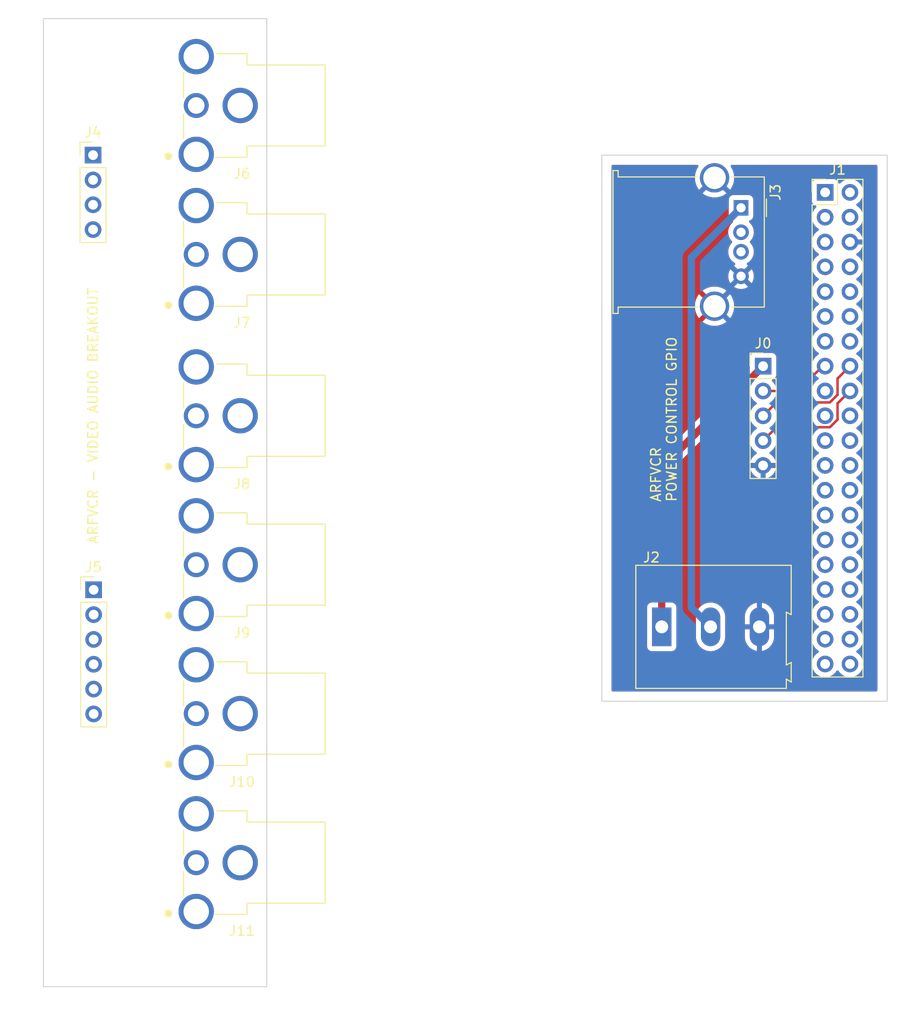
<source format=kicad_pcb>
(kicad_pcb (version 20211014) (generator pcbnew)
  (layers (0 "F.Cu" signal) (31 "B.Cu" signal) (34 "B.Paste" user) (35 "F.Paste" user) (36 "B.SilkS" user "B.Silkscreen") (37 "F.SilkS" user "F.Silkscreen") (38 "B.Mask" user) (39 "F.Mask" user) (44 "Edge.Cuts" user))
  (net 0 "")
  (net 1 "/Power Control GPIO/12V_RAIL")
  (net 2 "Net-(J0-Pad2)")
  (net 3 "Net-(J0-Pad3)")
  (net 4 "Net-(J0-Pad4)")
  (net 5 "GND")
  (net 42 "Net-(J4-Pad1)")
  (net 43 "Net-(J4-Pad2)")
  (net 44 "Net-(J4-Pad3)")
  (net 45 "Net-(J4-Pad4)")
  (net 46 "Net-(J5-Pad1)")
  (net 47 "Net-(J5-Pad2)")
  (net 48 "Net-(J5-Pad3)")
  (net 49 "/Power Control GPIO/5V_RAIL")
  (net 52 "Net-(J10-Pad2)")
  (net 53 "Net-(J11-Pad2)")
  (net 54 "Net-(J10-Pad1A)")
  (footprint "Connector_USB:USB_A_Molex_67643_Horizontal" (layer "F.Cu") (at 162.84 61.27 -90)
    (fp_text reference "J3" (at -1.58 -3.53 90) (layer "F.SilkS"))
    (fp_text value "RPI_POWER_USB")
    (fp_line (start -3.81 13.1) (end 10.81 13.1) (layer "F.SilkS") (width 0.12))
    (fp_line (start -3.16 12.58) (end -3.16 4.47) (layer "F.SilkS") (width 0.12))
    (fp_line (start 10.16 -2.38) (end 10.16 0.95) (layer "F.SilkS") (width 0.12))
    (fp_line (start 10.16 4.47) (end 10.16 12.58) (layer "F.SilkS") (width 0.12))
    (fp_line (start -3.16 12.58) (end -3.81 12.58) (layer "F.SilkS") (width 0.12))
    (fp_line (start 10.81 12.58) (end 10.16 12.58) (layer "F.SilkS") (width 0.12))
    (fp_line (start -0.9 -2.6) (end 0.9 -2.6) (layer "F.SilkS") (width 0.12))
    (fp_line (start 10.81 13.1) (end 10.81 12.58) (layer "F.SilkS") (width 0.12))
    (fp_line (start -3.16 -2.38) (end -3.16 0.95) (layer "F.SilkS") (width 0.12))
    (fp_line (start -3.81 12.58) (end -3.81 13.1) (layer "F.SilkS") (width 0.12))
    (fp_line (start -3.16 -2.38) (end 10.16 -2.38) (layer "F.SilkS") (width 0.12))
    (pad "1" thru_hole rect (at 0 0 270) (size 1.6 1.5) (drill 0.95) (layers *.Cu *.Mask) (net 49 "/Power Control GPIO/5V_RAIL"))
    (pad "2" thru_hole circle (at 2.5 0 270) (size 1.6 1.6) (drill 0.95) (layers *.Cu *.Mask))
    (pad "3" thru_hole circle (at 4.5 0 270) (size 1.6 1.6) (drill 0.95) (layers *.Cu *.Mask))
    (pad "4" thru_hole circle (at 7 0 270) (size 1.6 1.6) (drill 0.95) (layers *.Cu *.Mask) (net 5 "GND"))
    (pad "5" thru_hole circle (at -3.07 2.71 270) (size 3 3) (drill 2.3) (layers *.Cu *.Mask) (net 5 "GND"))
    (pad "5" thru_hole circle (at 10.07 2.71 270) (size 3 3) (drill 2.3) (layers *.Cu *.Mask) (net 5 "GND"))
  )
  (footprint "arfvcr:CUI_RCJ-014" (layer "F.Cu") (at 113.03 82.55 180)
    (fp_text reference "J8" (at 1.27 -6.985) (layer "F.SilkS") (effects (font (size 1.001906 1.001906))))
    (fp_text value "AUDIO_OUT_L")
    (fp_line (start -7.25 -4.15) (end -7.25 4.15) (layer "F.SilkS") (width 0.127))
    (fp_line (start 0.75 -5.3) (end 0.75 -4.15) (layer "F.SilkS") (width 0.127))
    (fp_line (start 3.95 -5.3) (end 0.75 -5.3) (layer "F.SilkS") (width 0.127))
    (fp_line (start 0.75 5.3) (end 3.85 5.3) (layer "F.SilkS") (width 0.127))
    (fp_line (start 0.75 -4.15) (end -7.25 -4.15) (layer "F.SilkS") (width 0.127))
    (fp_line (start -7.25 4.15) (end 0.75 4.15) (layer "F.SilkS") (width 0.127))
    (fp_line (start 0.75 4.15) (end 0.75 5.3) (layer "F.SilkS") (width 0.127))
    (fp_line (start 7.25 -0.9) (end 7.25 -3.4) (layer "F.SilkS") (width 0.127))
    (fp_line (start 7.25 3.35) (end 7.25 0.8) (layer "F.SilkS") (width 0.127))
    (fp_circle (center 8.8 -5.2) (end 9 -5.2) (layer "F.SilkS") (width 0.4) (fill none))
    (pad "1A" thru_hole circle locked (at 5.95 -5 180) (size 3.616 3.616) (drill 2.6) (layers *.Cu *.Mask) (net 48 "Net-(J5-Pad3)"))
    (pad "1B" thru_hole circle locked (at 5.95 5 180) (size 3.616 3.616) (drill 2.6) (layers *.Cu *.Mask) (net 48 "Net-(J5-Pad3)"))
    (pad "1C" thru_hole circle locked (at 1.45 0 180) (size 3.616 3.616) (drill 2.6) (layers *.Cu *.Mask) (net 48 "Net-(J5-Pad3)"))
    (pad "2" thru_hole circle locked (at 5.95 0 180) (size 2.55 2.55) (drill 1.7) (layers *.Cu *.Mask) (net 46 "Net-(J5-Pad1)"))
  )
  (footprint "MountingHole:MountingHole_3.2mm_M3" (layer "F.Cu") (at 96.52 135.89)
    (fp_text reference "REF**" hide)
    (fp_text value "MountingHole_3.2mm_M3" hide)
    (pad "" np_thru_hole circle (at 0 0) (size 3.2 3.2) (drill 3.2) (layers *.Cu *.Mask))
  )
  (footprint "arfvcr:CUI_RCJ-014" (layer "F.Cu") (at 113.03 50.8 180)
    (fp_text reference "J6" (at 1.27 -6.985) (layer "F.SilkS") (effects (font (size 1.001906 1.001906))))
    (fp_text value "VIDEO_OUT")
    (fp_line (start 3.95 -5.3) (end 0.75 -5.3) (layer "F.SilkS") (width 0.127))
    (fp_line (start 7.25 3.35) (end 7.25 0.8) (layer "F.SilkS") (width 0.127))
    (fp_line (start 0.75 5.3) (end 3.85 5.3) (layer "F.SilkS") (width 0.127))
    (fp_line (start 0.75 4.15) (end 0.75 5.3) (layer "F.SilkS") (width 0.127))
    (fp_line (start -7.25 -4.15) (end -7.25 4.15) (layer "F.SilkS") (width 0.127))
    (fp_line (start 0.75 -5.3) (end 0.75 -4.15) (layer "F.SilkS") (width 0.127))
    (fp_line (start 7.25 -0.9) (end 7.25 -3.4) (layer "F.SilkS") (width 0.127))
    (fp_line (start 0.75 -4.15) (end -7.25 -4.15) (layer "F.SilkS") (width 0.127))
    (fp_line (start -7.25 4.15) (end 0.75 4.15) (layer "F.SilkS") (width 0.127))
    (fp_circle (center 8.8 -5.2) (end 9 -5.2) (layer "F.SilkS") (width 0.4) (fill none))
    (pad "1A" thru_hole circle locked (at 5.95 -5 180) (size 3.616 3.616) (drill 2.6) (layers *.Cu *.Mask) (net 43 "Net-(J4-Pad2)"))
    (pad "1B" thru_hole circle locked (at 5.95 5 180) (size 3.616 3.616) (drill 2.6) (layers *.Cu *.Mask) (net 43 "Net-(J4-Pad2)"))
    (pad "1C" thru_hole circle locked (at 1.45 0 180) (size 3.616 3.616) (drill 2.6) (layers *.Cu *.Mask) (net 43 "Net-(J4-Pad2)"))
    (pad "2" thru_hole circle locked (at 5.95 0 180) (size 2.55 2.55) (drill 1.7) (layers *.Cu *.Mask) (net 42 "Net-(J4-Pad1)"))
  )
  (footprint "Connector_PinHeader_2.54mm:PinHeader_1x05_P2.54mm_Vertical" (layer "F.Cu") (at 165.1 77.475)
    (fp_text reference "J0" (at 0 -2.33) (layer "F.SilkS"))
    (fp_text value "POWER_CONTROL_HEADER")
    (fp_line (start -1.33 11.49) (end 1.33 11.49) (layer "F.SilkS") (width 0.12))
    (fp_line (start 1.33 1.27) (end 1.33 11.49) (layer "F.SilkS") (width 0.12))
    (fp_line (start -1.33 1.27) (end -1.33 11.49) (layer "F.SilkS") (width 0.12))
    (fp_line (start -1.33 1.27) (end 1.33 1.27) (layer "F.SilkS") (width 0.12))
    (fp_line (start -1.33 0) (end -1.33 -1.33) (layer "F.SilkS") (width 0.12))
    (fp_line (start -1.33 -1.33) (end 0 -1.33) (layer "F.SilkS") (width 0.12))
    (pad "1" thru_hole rect (at 0 0) (size 1.7 1.7) (drill 1) (layers *.Cu *.Mask) (net 1 "/Power Control GPIO/12V_RAIL"))
    (pad "2" thru_hole oval (at 0 2.54) (size 1.7 1.7) (drill 1) (layers *.Cu *.Mask) (net 2 "Net-(J0-Pad2)"))
    (pad "3" thru_hole oval (at 0 5.08) (size 1.7 1.7) (drill 1) (layers *.Cu *.Mask) (net 3 "Net-(J0-Pad3)"))
    (pad "4" thru_hole oval (at 0 7.62) (size 1.7 1.7) (drill 1) (layers *.Cu *.Mask) (net 4 "Net-(J0-Pad4)"))
    (pad "5" thru_hole oval (at 0 10.16) (size 1.7 1.7) (drill 1) (layers *.Cu *.Mask) (net 5 "GND"))
  )
  (footprint "arfvcr:CUI_RCJ-014" (layer "F.Cu") (at 113.03 66.04 180)
    (fp_text reference "J7" (at 1.27 -6.985) (layer "F.SilkS") (effects (font (size 1.001906 1.001906))))
    (fp_text value "VIDEO_IN")
    (fp_line (start -7.25 4.15) (end 0.75 4.15) (layer "F.SilkS") (width 0.127))
    (fp_line (start 7.25 3.35) (end 7.25 0.8) (layer "F.SilkS") (width 0.127))
    (fp_line (start 0.75 4.15) (end 0.75 5.3) (layer "F.SilkS") (width 0.127))
    (fp_line (start 0.75 -5.3) (end 0.75 -4.15) (layer "F.SilkS") (width 0.127))
    (fp_line (start 3.95 -5.3) (end 0.75 -5.3) (layer "F.SilkS") (width 0.127))
    (fp_line (start -7.25 -4.15) (end -7.25 4.15) (layer "F.SilkS") (width 0.127))
    (fp_line (start 0.75 5.3) (end 3.85 5.3) (layer "F.SilkS") (width 0.127))
    (fp_line (start 0.75 -4.15) (end -7.25 -4.15) (layer "F.SilkS") (width 0.127))
    (fp_line (start 7.25 -0.9) (end 7.25 -3.4) (layer "F.SilkS") (width 0.127))
    (fp_circle (center 8.8 -5.2) (end 9 -5.2) (layer "F.SilkS") (width 0.4) (fill none))
    (pad "1A" thru_hole circle locked (at 5.95 -5 180) (size 3.616 3.616) (drill 2.6) (layers *.Cu *.Mask) (net 45 "Net-(J4-Pad4)"))
    (pad "1B" thru_hole circle locked (at 5.95 5 180) (size 3.616 3.616) (drill 2.6) (layers *.Cu *.Mask) (net 45 "Net-(J4-Pad4)"))
    (pad "1C" thru_hole circle locked (at 1.45 0 180) (size 3.616 3.616) (drill 2.6) (layers *.Cu *.Mask) (net 45 "Net-(J4-Pad4)"))
    (pad "2" thru_hole circle locked (at 5.95 0 180) (size 2.55 2.55) (drill 1.7) (layers *.Cu *.Mask) (net 44 "Net-(J4-Pad3)"))
  )
  (footprint "arfvcr:CUI_RCJ-014" (layer "F.Cu") (at 113.03 128.28 180)
    (fp_text reference "J11" (at 1.27 -6.975) (layer "F.SilkS") (effects (font (size 1.001906 1.001906))))
    (fp_text value "AUDIO_IN_R")
    (fp_line (start 7.25 3.35) (end 7.25 0.8) (layer "F.SilkS") (width 0.127))
    (fp_line (start 3.95 -5.3) (end 0.75 -5.3) (layer "F.SilkS") (width 0.127))
    (fp_line (start 0.75 4.15) (end 0.75 5.3) (layer "F.SilkS") (width 0.127))
    (fp_line (start 0.75 5.3) (end 3.85 5.3) (layer "F.SilkS") (width 0.127))
    (fp_line (start 0.75 -4.15) (end -7.25 -4.15) (layer "F.SilkS") (width 0.127))
    (fp_line (start 0.75 -5.3) (end 0.75 -4.15) (layer "F.SilkS") (width 0.127))
    (fp_line (start 7.25 -0.9) (end 7.25 -3.4) (layer "F.SilkS") (width 0.127))
    (fp_line (start -7.25 -4.15) (end -7.25 4.15) (layer "F.SilkS") (width 0.127))
    (fp_line (start -7.25 4.15) (end 0.75 4.15) (layer "F.SilkS") (width 0.127))
    (fp_circle (center 8.8 -5.2) (end 9 -5.2) (layer "F.SilkS") (width 0.4) (fill none))
    (pad "1A" thru_hole circle locked (at 5.95 -5 180) (size 3.616 3.616) (drill 2.6) (layers *.Cu *.Mask) (net 54 "Net-(J10-Pad1A)"))
    (pad "1B" thru_hole circle locked (at 5.95 5 180) (size 3.616 3.616) (drill 2.6) (layers *.Cu *.Mask) (net 54 "Net-(J10-Pad1A)"))
    (pad "1C" thru_hole circle locked (at 1.45 0 180) (size 3.616 3.616) (drill 2.6) (layers *.Cu *.Mask) (net 54 "Net-(J10-Pad1A)"))
    (pad "2" thru_hole circle locked (at 5.95 0 180) (size 2.55 2.55) (drill 1.7) (layers *.Cu *.Mask) (net 53 "Net-(J11-Pad2)"))
  )
  (footprint "MountingHole:MountingHole_3.2mm_M3" (layer "F.Cu") (at 96.52 46.99)
    (fp_text reference "REF**" hide)
    (fp_text value "MountingHole_3.2mm_M3" hide)
    (pad "" np_thru_hole circle (at 0 0) (size 3.2 3.2) (drill 3.2) (layers *.Cu *.Mask))
  )
  (footprint "arfvcr:CUI_RCJ-014" (layer "F.Cu") (at 113.03 97.79 180)
    (fp_text reference "J9" (at 1.27 -6.985) (layer "F.SilkS") (effects (font (size 1.001906 1.001906))))
    (fp_text value "AUDIO_OUT_R")
    (fp_line (start 3.95 -5.3) (end 0.75 -5.3) (layer "F.SilkS") (width 0.127))
    (fp_line (start 0.75 -5.3) (end 0.75 -4.15) (layer "F.SilkS") (width 0.127))
    (fp_line (start 0.75 -4.15) (end -7.25 -4.15) (layer "F.SilkS") (width 0.127))
    (fp_line (start 7.25 3.35) (end 7.25 0.8) (layer "F.SilkS") (width 0.127))
    (fp_line (start -7.25 4.15) (end 0.75 4.15) (layer "F.SilkS") (width 0.127))
    (fp_line (start 0.75 5.3) (end 3.85 5.3) (layer "F.SilkS") (width 0.127))
    (fp_line (start 0.75 4.15) (end 0.75 5.3) (layer "F.SilkS") (width 0.127))
    (fp_line (start -7.25 -4.15) (end -7.25 4.15) (layer "F.SilkS") (width 0.127))
    (fp_line (start 7.25 -0.9) (end 7.25 -3.4) (layer "F.SilkS") (width 0.127))
    (fp_circle (center 8.8 -5.2) (end 9 -5.2) (layer "F.SilkS") (width 0.4) (fill none))
    (pad "1A" thru_hole circle locked (at 5.95 -5 180) (size 3.616 3.616) (drill 2.6) (layers *.Cu *.Mask) (net 48 "Net-(J5-Pad3)"))
    (pad "1B" thru_hole circle locked (at 5.95 5 180) (size 3.616 3.616) (drill 2.6) (layers *.Cu *.Mask) (net 48 "Net-(J5-Pad3)"))
    (pad "1C" thru_hole circle locked (at 1.45 0 180) (size 3.616 3.616) (drill 2.6) (layers *.Cu *.Mask) (net 48 "Net-(J5-Pad3)"))
    (pad "2" thru_hole circle locked (at 5.95 0 180) (size 2.55 2.55) (drill 1.7) (layers *.Cu *.Mask) (net 47 "Net-(J5-Pad2)"))
  )
  (footprint "Connector_PinHeader_2.54mm:PinHeader_1x06_P2.54mm_Vertical" (layer "F.Cu") (at 96.58 100.36)
    (fp_text reference "J5" (at 0 -2.33) (layer "F.SilkS"))
    (fp_text value "AUDIO_HEADER")
    (fp_line (start -1.33 0) (end -1.33 -1.33) (layer "F.SilkS") (width 0.12))
    (fp_line (start 1.33 1.27) (end 1.33 14.03) (layer "F.SilkS") (width 0.12))
    (fp_line (start -1.33 1.27) (end 1.33 1.27) (layer "F.SilkS") (width 0.12))
    (fp_line (start -1.33 14.03) (end 1.33 14.03) (layer "F.SilkS") (width 0.12))
    (fp_line (start -1.33 1.27) (end -1.33 14.03) (layer "F.SilkS") (width 0.12))
    (fp_line (start -1.33 -1.33) (end 0 -1.33) (layer "F.SilkS") (width 0.12))
    (pad "1" thru_hole rect (at 0 0) (size 1.7 1.7) (drill 1) (layers *.Cu *.Mask) (net 46 "Net-(J5-Pad1)"))
    (pad "2" thru_hole oval (at 0 2.54) (size 1.7 1.7) (drill 1) (layers *.Cu *.Mask) (net 47 "Net-(J5-Pad2)"))
    (pad "3" thru_hole oval (at 0 5.08) (size 1.7 1.7) (drill 1) (layers *.Cu *.Mask) (net 48 "Net-(J5-Pad3)"))
    (pad "4" thru_hole oval (at 0 7.62) (size 1.7 1.7) (drill 1) (layers *.Cu *.Mask) (net 52 "Net-(J10-Pad2)"))
    (pad "5" thru_hole oval (at 0 10.16) (size 1.7 1.7) (drill 1) (layers *.Cu *.Mask) (net 53 "Net-(J11-Pad2)"))
    (pad "6" thru_hole oval (at 0 12.7) (size 1.7 1.7) (drill 1) (layers *.Cu *.Mask) (net 54 "Net-(J10-Pad1A)"))
  )
  (footprint "Connector_PinHeader_2.54mm:PinHeader_2x20_P2.54mm_Vertical" (layer "F.Cu") (at 171.45 59.69)
    (fp_text reference "J1" (at 1.27 -2.33) (layer "F.SilkS"))
    (fp_text value "Raspberry_Pi_2_3")
    (fp_line (start -1.33 1.27) (end 1.27 1.27) (layer "F.SilkS") (width 0.12))
    (fp_line (start -1.33 -1.33) (end 0 -1.33) (layer "F.SilkS") (width 0.12))
    (fp_line (start -1.33 49.59) (end 3.87 49.59) (layer "F.SilkS") (width 0.12))
    (fp_line (start 1.27 -1.33) (end 3.87 -1.33) (layer "F.SilkS") (width 0.12))
    (fp_line (start -1.33 0) (end -1.33 -1.33) (layer "F.SilkS") (width 0.12))
    (fp_line (start 3.87 -1.33) (end 3.87 49.59) (layer "F.SilkS") (width 0.12))
    (fp_line (start 1.27 1.27) (end 1.27 -1.33) (layer "F.SilkS") (width 0.12))
    (fp_line (start -1.33 1.27) (end -1.33 49.59) (layer "F.SilkS") (width 0.12))
    (pad "1" thru_hole rect (at 0 0) (size 1.7 1.7) (drill 1) (layers *.Cu *.Mask))
    (pad "2" thru_hole oval (at 2.54 0) (size 1.7 1.7) (drill 1) (layers *.Cu *.Mask))
    (pad "3" thru_hole oval (at 0 2.54) (size 1.7 1.7) (drill 1) (layers *.Cu *.Mask))
    (pad "4" thru_hole oval (at 2.54 2.54) (size 1.7 1.7) (drill 1) (layers *.Cu *.Mask))
    (pad "5" thru_hole oval (at 0 5.08) (size 1.7 1.7) (drill 1) (layers *.Cu *.Mask))
    (pad "6" thru_hole oval (at 2.54 5.08) (size 1.7 1.7) (drill 1) (layers *.Cu *.Mask) (net 5 "GND"))
    (pad "7" thru_hole oval (at 0 7.62) (size 1.7 1.7) (drill 1) (layers *.Cu *.Mask))
    (pad "8" thru_hole oval (at 2.54 7.62) (size 1.7 1.7) (drill 1) (layers *.Cu *.Mask))
    (pad "9" thru_hole oval (at 0 10.16) (size 1.7 1.7) (drill 1) (layers *.Cu *.Mask))
    (pad "10" thru_hole oval (at 2.54 10.16) (size 1.7 1.7) (drill 1) (layers *.Cu *.Mask))
    (pad "11" thru_hole oval (at 0 12.7) (size 1.7 1.7) (drill 1) (layers *.Cu *.Mask))
    (pad "12" thru_hole oval (at 2.54 12.7) (size 1.7 1.7) (drill 1) (layers *.Cu *.Mask))
    (pad "13" thru_hole oval (at 0 15.24) (size 1.7 1.7) (drill 1) (layers *.Cu *.Mask))
    (pad "14" thru_hole oval (at 2.54 15.24) (size 1.7 1.7) (drill 1) (layers *.Cu *.Mask))
    (pad "15" thru_hole oval (at 0 17.78) (size 1.7 1.7) (drill 1) (layers *.Cu *.Mask) (net 2 "Net-(J0-Pad2)"))
    (pad "16" thru_hole oval (at 2.54 17.78) (size 1.7 1.7) (drill 1) (layers *.Cu *.Mask) (net 3 "Net-(J0-Pad3)"))
    (pad "17" thru_hole oval (at 0 20.32) (size 1.7 1.7) (drill 1) (layers *.Cu *.Mask))
    (pad "18" thru_hole oval (at 2.54 20.32) (size 1.7 1.7) (drill 1) (layers *.Cu *.Mask) (net 4 "Net-(J0-Pad4)"))
    (pad "19" thru_hole oval (at 0 22.86) (size 1.7 1.7) (drill 1) (layers *.Cu *.Mask))
    (pad "20" thru_hole oval (at 2.54 22.86) (size 1.7 1.7) (drill 1) (layers *.Cu *.Mask))
    (pad "21" thru_hole oval (at 0 25.4) (size 1.7 1.7) (drill 1) (layers *.Cu *.Mask))
    (pad "22" thru_hole oval (at 2.54 25.4) (size 1.7 1.7) (drill 1) (layers *.Cu *.Mask))
    (pad "23" thru_hole oval (at 0 27.94) (size 1.7 1.7) (drill 1) (layers *.Cu *.Mask))
    (pad "24" thru_hole oval (at 2.54 27.94) (size 1.7 1.7) (drill 1) (layers *.Cu *.Mask))
    (pad "25" thru_hole oval (at 0 30.48) (size 1.7 1.7) (drill 1) (layers *.Cu *.Mask))
    (pad "26" thru_hole oval (at 2.54 30.48) (size 1.7 1.7) (drill 1) (layers *.Cu *.Mask))
    (pad "27" thru_hole oval (at 0 33.02) (size 1.7 1.7) (drill 1) (layers *.Cu *.Mask))
    (pad "28" thru_hole oval (at 2.54 33.02) (size 1.7 1.7) (drill 1) (layers *.Cu *.Mask))
    (pad "29" thru_hole oval (at 0 35.56) (size 1.7 1.7) (drill 1) (layers *.Cu *.Mask))
    (pad "30" thru_hole oval (at 2.54 35.56) (size 1.7 1.7) (drill 1) (layers *.Cu *.Mask))
    (pad "31" thru_hole oval (at 0 38.1) (size 1.7 1.7) (drill 1) (layers *.Cu *.Mask))
    (pad "32" thru_hole oval (at 2.54 38.1) (size 1.7 1.7) (drill 1) (layers *.Cu *.Mask))
    (pad "33" thru_hole oval (at 0 40.64) (size 1.7 1.7) (drill 1) (layers *.Cu *.Mask))
    (pad "34" thru_hole oval (at 2.54 40.64) (size 1.7 1.7) (drill 1) (layers *.Cu *.Mask))
    (pad "35" thru_hole oval (at 0 43.18) (size 1.7 1.7) (drill 1) (layers *.Cu *.Mask))
    (pad "36" thru_hole oval (at 2.54 43.18) (size 1.7 1.7) (drill 1) (layers *.Cu *.Mask))
    (pad "37" thru_hole oval (at 0 45.72) (size 1.7 1.7) (drill 1) (layers *.Cu *.Mask))
    (pad "38" thru_hole oval (at 2.54 45.72) (size 1.7 1.7) (drill 1) (layers *.Cu *.Mask))
    (pad "39" thru_hole oval (at 0 48.26) (size 1.7 1.7) (drill 1) (layers *.Cu *.Mask))
    (pad "40" thru_hole oval (at 2.54 48.26) (size 1.7 1.7) (drill 1) (layers *.Cu *.Mask))
  )
  (footprint "Connector_PinHeader_2.54mm:PinHeader_1x04_P2.54mm_Vertical" (layer "F.Cu") (at 96.52 55.88)
    (fp_text reference "J4" (at 0 -2.33) (layer "F.SilkS"))
    (fp_text value "VIDEO_HEADER")
    (fp_line (start -1.33 -1.33) (end 0 -1.33) (layer "F.SilkS") (width 0.12))
    (fp_line (start -1.33 0) (end -1.33 -1.33) (layer "F.SilkS") (width 0.12))
    (fp_line (start 1.33 1.27) (end 1.33 8.95) (layer "F.SilkS") (width 0.12))
    (fp_line (start -1.33 1.27) (end 1.33 1.27) (layer "F.SilkS") (width 0.12))
    (fp_line (start -1.33 1.27) (end -1.33 8.95) (layer "F.SilkS") (width 0.12))
    (fp_line (start -1.33 8.95) (end 1.33 8.95) (layer "F.SilkS") (width 0.12))
    (pad "1" thru_hole rect (at 0 0) (size 1.7 1.7) (drill 1) (layers *.Cu *.Mask) (net 42 "Net-(J4-Pad1)"))
    (pad "2" thru_hole oval (at 0 2.54) (size 1.7 1.7) (drill 1) (layers *.Cu *.Mask) (net 43 "Net-(J4-Pad2)"))
    (pad "3" thru_hole oval (at 0 5.08) (size 1.7 1.7) (drill 1) (layers *.Cu *.Mask) (net 44 "Net-(J4-Pad3)"))
    (pad "4" thru_hole oval (at 0 7.62) (size 1.7 1.7) (drill 1) (layers *.Cu *.Mask) (net 45 "Net-(J4-Pad4)"))
  )
  (footprint "arfvcr:CUI_RCJ-014" (layer "F.Cu") (at 113.03 113.03 180)
    (fp_text reference "J10" (at 1.27 -6.985) (layer "F.SilkS") (effects (font (size 1.001906 1.001906))))
    (fp_text value "AUDIO_IN_L")
    (fp_line (start -7.25 4.15) (end 0.75 4.15) (layer "F.SilkS") (width 0.127))
    (fp_line (start 3.95 -5.3) (end 0.75 -5.3) (layer "F.SilkS") (width 0.127))
    (fp_line (start 0.75 -4.15) (end -7.25 -4.15) (layer "F.SilkS") (width 0.127))
    (fp_line (start 7.25 -0.9) (end 7.25 -3.4) (layer "F.SilkS") (width 0.127))
    (fp_line (start -7.25 -4.15) (end -7.25 4.15) (layer "F.SilkS") (width 0.127))
    (fp_line (start 0.75 4.15) (end 0.75 5.3) (layer "F.SilkS") (width 0.127))
    (fp_line (start 7.25 3.35) (end 7.25 0.8) (layer "F.SilkS") (width 0.127))
    (fp_line (start 0.75 5.3) (end 3.85 5.3) (layer "F.SilkS") (width 0.127))
    (fp_line (start 0.75 -5.3) (end 0.75 -4.15) (layer "F.SilkS") (width 0.127))
    (fp_circle (center 8.8 -5.2) (end 9 -5.2) (layer "F.SilkS") (width 0.4) (fill none))
    (pad "1A" thru_hole circle locked (at 5.95 -5 180) (size 3.616 3.616) (drill 2.6) (layers *.Cu *.Mask) (net 54 "Net-(J10-Pad1A)"))
    (pad "1B" thru_hole circle locked (at 5.95 5 180) (size 3.616 3.616) (drill 2.6) (layers *.Cu *.Mask) (net 54 "Net-(J10-Pad1A)"))
    (pad "1C" thru_hole circle locked (at 1.45 0 180) (size 3.616 3.616) (drill 2.6) (layers *.Cu *.Mask) (net 54 "Net-(J10-Pad1A)"))
    (pad "2" thru_hole circle locked (at 5.95 0 180) (size 2.55 2.55) (drill 1.7) (layers *.Cu *.Mask) (net 52 "Net-(J10-Pad2)"))
  )
  (footprint "TerminalBlock:TerminalBlock_Altech_AK300-3_P5.00mm" (layer "F.Cu") (at 154.725 104.15)
    (fp_text reference "J2" (at -1.055 -7.1) (layer "F.SilkS"))
    (fp_text value "POWER_IN")
    (fp_line (start 13.25 -1.25) (end 13.25 -6.3) (layer "F.SilkS") (width 0.12))
    (fp_line (start 12.75 5.35) (end 13.25 5.65) (layer "F.SilkS") (width 0.12))
    (fp_line (start 12.75 -1.5) (end 13.25 -1.25) (layer "F.SilkS") (width 0.12))
    (fp_line (start 13.25 5.65) (end 13.25 3.65) (layer "F.SilkS") (width 0.12))
    (fp_line (start -2.65 -6.3) (end -2.65 6.3) (layer "F.SilkS") (width 0.12))
    (fp_line (start 12.75 3.9) (end 12.75 -1.5) (layer "F.SilkS") (width 0.12))
    (fp_line (start -2.65 6.3) (end 12.75 6.3) (layer "F.SilkS") (width 0.12))
    (fp_line (start 13.25 3.65) (end 12.75 3.9) (layer "F.SilkS") (width 0.12))
    (fp_line (start 12.75 6.3) (end 12.75 5.35) (layer "F.SilkS") (width 0.12))
    (fp_line (start 13.25 -6.3) (end -2.65 -6.3) (layer "F.SilkS") (width 0.12))
    (pad "1" thru_hole rect (at 0 0) (size 1.98 3.96) (drill 1.32) (layers *.Cu *.Mask) (net 1 "/Power Control GPIO/12V_RAIL"))
    (pad "2" thru_hole oval (at 5 0) (size 1.98 3.96) (drill 1.32) (layers *.Cu *.Mask) (net 49 "/Power Control GPIO/5V_RAIL"))
    (pad "3" thru_hole oval (at 10 0) (size 1.98 3.96) (drill 1.32) (layers *.Cu *.Mask) (net 5 "GND"))
  )
  (gr_rect (start 148.59 55.88) (end 177.8 111.76) (layer "Edge.Cuts") (width 0.1) (fill none))
  (gr_rect (start 91.44 41.91) (end 114.3 140.97) (layer "Edge.Cuts") (width 0.1) (fill none))
  (gr_text "ARFVCR\nPOWER CONTROL GPIO" (at 154.94 91.44 90) (layer "F.SilkS") (effects (font (size 1 1)) (justify left)))
  (gr_text "ARFVCR - VIDEO AUDIO BREAKOUT" (at 96.52 82.55 90) (layer "F.SilkS") (effects (font (size 1 1))))
  (segment (start 154.725 87.85) (end 165.1 77.475) (width 0.75) (layer "F.Cu") (net 1))
  (segment (start 154.725 104.15) (end 154.725 87.85) (width 0.75) (layer "F.Cu") (net 1))
  (segment (start 165.1 80.015) (end 168.651928 80.015) (width 0.25) (layer "F.Cu") (net 2))
  (segment (start 171.196928 77.47) (end 171.45 77.47) (width 0.25) (layer "F.Cu") (net 2))
  (segment (start 168.651928 80.015) (end 171.196928 77.47) (width 0.25) (layer "F.Cu") (net 2))
  (segment (start 165.1 82.555) (end 166.47 81.185) (width 0.25) (layer "F.Cu") (net 3))
  (segment (start 171.936701 81.185) (end 172.72 80.401701) (width 0.25) (layer "F.Cu") (net 3))
  (segment (start 166.47 81.185) (end 171.936701 81.185) (width 0.25) (layer "F.Cu") (net 3))
  (segment (start 172.72 80.401701) (end 172.72 78.74) (width 0.25) (layer "F.Cu") (net 3))
  (segment (start 172.72 78.74) (end 173.99 77.47) (width 0.25) (layer "F.Cu") (net 3))
  (segment (start 171.936701 83.725) (end 172.72 82.941701) (width 0.25) (layer "F.Cu") (net 4))
  (segment (start 166.47 83.725) (end 171.936701 83.725) (width 0.25) (layer "F.Cu") (net 4))
  (segment (start 172.72 82.941701) (end 172.72 81.28) (width 0.25) (layer "F.Cu") (net 4))
  (segment (start 172.72 81.28) (end 173.99 80.01) (width 0.25) (layer "F.Cu") (net 4))
  (segment (start 165.1 85.095) (end 166.47 83.725) (width 0.25) (layer "F.Cu") (net 4))
  (segment (start 159.725 104.15) (end 157.755 102.18) (width 0.75) (layer "B.Cu") (net 49))
  (segment (start 157.755 66.355) (end 162.84 61.27) (width 0.75) (layer "B.Cu") (net 49))
  (segment (start 157.755 102.18) (end 157.755 66.355) (width 0.75) (layer "B.Cu") (net 49))
  (zone (net 5) (net_name "GND") (layers F&B.Cu) (connect_pads (clearance 0.508)) (min_thickness 0.254) (fill yes (thermal_gap 0.508) (thermal_bridge_width 0.508))
    (polygon (pts (xy 180.34 114.935) (xy 145.415 114.935) (xy 145.415 53.975) (xy 180.34 53.975)))
  )
)
</source>
